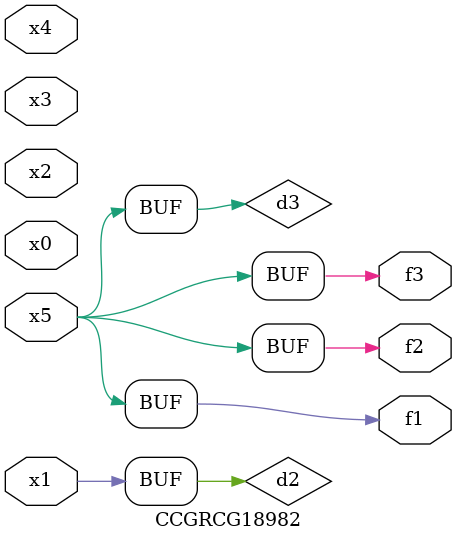
<source format=v>
module CCGRCG18982(
	input x0, x1, x2, x3, x4, x5,
	output f1, f2, f3
);

	wire d1, d2, d3;

	not (d1, x5);
	or (d2, x1);
	xnor (d3, d1);
	assign f1 = d3;
	assign f2 = d3;
	assign f3 = d3;
endmodule

</source>
